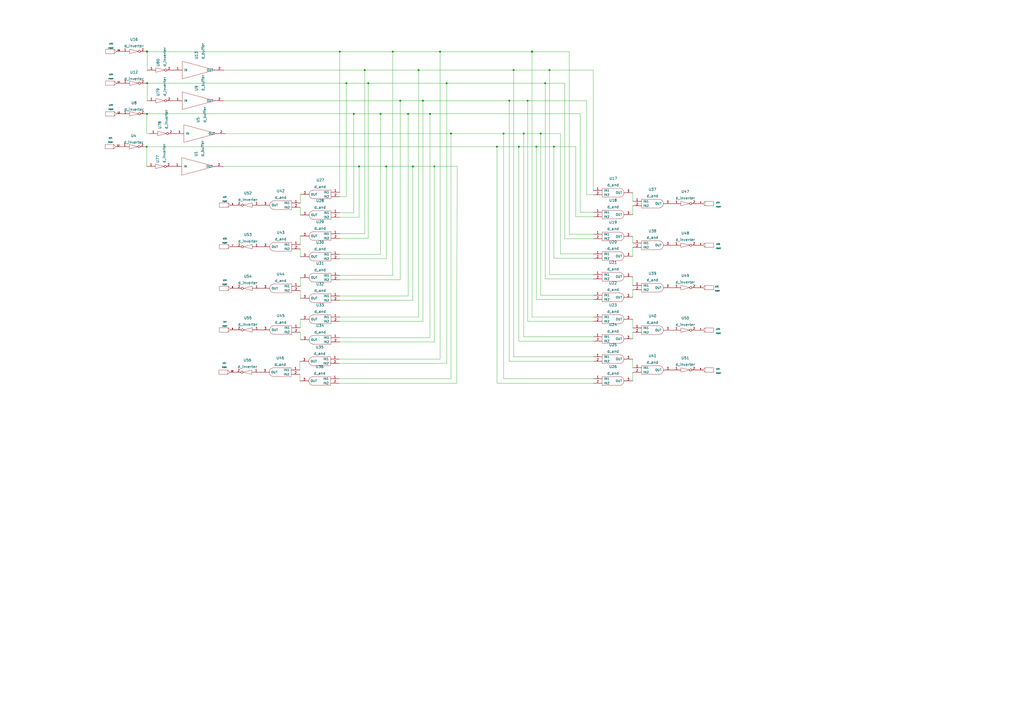
<source format=kicad_sch>
(kicad_sch (version 20211123) (generator eeschema)
  (paper "A2")
  (lib_symbols
    (symbol "eSim_Digital:d_and" (pin_names (offset 1.016))
      (property "Reference" "U" (at 0 0 0))
      (property "Value" "d_and" (at 1.27 2.54 0))
      (symbol "d_and_0_1"
        (polyline (pts (xy 3.81 -1.27) (xy -6.35 -1.27) (xy -6.35 3.81) (xy 3.81 3.81)))
        (arc (start 3.81 -1.27) (mid 5.5897 -0.5171) (end 6.35 1.27))
        (arc (start 6.35 1.27) (mid 5.5971 3.0497) (end 3.81 3.81))
      )
      (symbol "d_and_1_1"
        (pin input line (at -11.43 2.54 0) (length 5.08) (name "IN1") (number "1"))
        (pin input line (at -11.43 0 0) (length 5.08) (name "IN2") (number "2"))
        (pin output line (at 11.43 1.27 180) (length 5.08) (name "OUT") (number "3"))
      )
    )
    (symbol "eSim_Digital:d_buffer" (pin_names (offset 1.016))
      (property "Reference" "U" (at 0 -1.27 0))
      (property "Value" "d_buffer" (at 0 1.27 0))
      (symbol "d_buffer_0_1"
        (polyline (pts (xy -7.62 5.08) (xy -7.62 -5.08) (xy 11.43 0) (xy -7.62 5.08)))
      )
      (symbol "d_buffer_1_1"
        (pin input line (at -12.7 0 0) (length 5.08) (name "IN") (number "1"))
        (pin output line (at 16.51 0 180) (length 5.08) (name "OUT") (number "2"))
      )
    )
    (symbol "eSim_Digital:d_inverter" (pin_names (offset 1.016))
      (property "Reference" "U" (at 0 -2.54 0))
      (property "Value" "d_inverter" (at 0 3.81 0))
      (symbol "d_inverter_0_1"
        (polyline (pts (xy -2.54 1.27) (xy -2.54 -1.27) (xy 2.54 0) (xy -2.54 1.27)))
      )
      (symbol "d_inverter_1_1"
        (pin input line (at -7.62 0 0) (length 5.08) (name "~") (number "1"))
        (pin output inverted (at 7.62 0 180) (length 5.08) (name "~") (number "2"))
      )
    )
    (symbol "eSim_Miscellaneous:PORT" (pin_names (offset 1.016))
      (property "Reference" "U" (at 1.27 2.54 0))
      (property "Value" "PORT" (at 0 0 0))
      (symbol "PORT_0_1"
        (rectangle (start -2.54 1.27) (end 2.54 -1.27))
        (arc (start 2.54 1.27) (mid 3.1355 0.5955) (end 3.81 0))
        (arc (start 3.81 0) (mid 3.1447 -0.6046) (end 2.54 -1.27))
      )
      (symbol "PORT_1_1"
        (pin bidirectional line (at 6.35 0 180) (length 2.54) (name "~") (number "1"))
      )
      (symbol "PORT_2_1"
        (pin bidirectional line (at 6.35 0 180) (length 2.54) (name "~") (number "2"))
      )
      (symbol "PORT_3_1"
        (pin bidirectional line (at 6.35 0 180) (length 2.54) (name "~") (number "3"))
      )
      (symbol "PORT_4_1"
        (pin bidirectional line (at 6.35 0 180) (length 2.54) (name "~") (number "4"))
      )
      (symbol "PORT_5_1"
        (pin bidirectional line (at 6.35 0 180) (length 2.54) (name "~") (number "5"))
      )
      (symbol "PORT_6_1"
        (pin bidirectional line (at 6.35 0 180) (length 2.54) (name "~") (number "6"))
      )
      (symbol "PORT_7_1"
        (pin bidirectional line (at 6.35 0 180) (length 2.54) (name "~") (number "7"))
      )
      (symbol "PORT_8_1"
        (pin bidirectional line (at 6.35 0 180) (length 2.54) (name "~") (number "8"))
      )
      (symbol "PORT_9_1"
        (pin bidirectional line (at 6.35 0 180) (length 2.54) (name "~") (number "9"))
      )
      (symbol "PORT_10_1"
        (pin bidirectional line (at 6.35 0 180) (length 2.54) (name "~") (number "10"))
      )
      (symbol "PORT_11_1"
        (pin bidirectional line (at 6.35 0 180) (length 2.54) (name "~") (number "11"))
      )
      (symbol "PORT_12_1"
        (pin bidirectional line (at 6.35 0 180) (length 2.54) (name "~") (number "12"))
      )
      (symbol "PORT_13_1"
        (pin bidirectional line (at 6.35 0 180) (length 2.54) (name "~") (number "13"))
      )
      (symbol "PORT_14_1"
        (pin bidirectional line (at 6.35 0 180) (length 2.54) (name "~") (number "14"))
      )
      (symbol "PORT_15_1"
        (pin bidirectional line (at 6.35 0 180) (length 2.54) (name "~") (number "15"))
      )
      (symbol "PORT_16_1"
        (pin bidirectional line (at 6.35 0 180) (length 2.54) (name "~") (number "16"))
      )
      (symbol "PORT_17_1"
        (pin bidirectional line (at 6.35 0 180) (length 2.54) (name "~") (number "17"))
      )
      (symbol "PORT_18_1"
        (pin bidirectional line (at 6.35 0 180) (length 2.54) (name "~") (number "18"))
      )
      (symbol "PORT_19_1"
        (pin bidirectional line (at 6.35 0 180) (length 2.54) (name "~") (number "19"))
      )
      (symbol "PORT_20_1"
        (pin bidirectional line (at 6.35 0 180) (length 2.54) (name "~") (number "20"))
      )
      (symbol "PORT_21_1"
        (pin bidirectional line (at 6.35 0 180) (length 2.54) (name "~") (number "21"))
      )
      (symbol "PORT_22_1"
        (pin bidirectional line (at 6.35 0 180) (length 2.54) (name "~") (number "22"))
      )
      (symbol "PORT_23_1"
        (pin bidirectional line (at 6.35 0 180) (length 2.54) (name "~") (number "23"))
      )
      (symbol "PORT_24_1"
        (pin bidirectional line (at 6.35 0 180) (length 2.54) (name "~") (number "24"))
      )
      (symbol "PORT_25_1"
        (pin bidirectional line (at 6.35 0 180) (length 2.54) (name "~") (number "25"))
      )
      (symbol "PORT_26_1"
        (pin bidirectional line (at 6.35 0 180) (length 2.54) (name "~") (number "26"))
      )
    )
  )
  (junction (at 308.737 29.972))
  (junction (at 197.104 29.972))
  (junction (at 200.914 48.26))
  (junction (at 261.62 77.47))
  (junction (at 232.156 58.42))
  (junction (at 227.838 29.972))
  (junction (at 316.23 48.26))
  (junction (at 85.344 29.845))
  (junction (at 85.09 85.09))
  (junction (at 242.824 40.64))
  (junction (at 292.1 77.47))
  (junction (at 313.69 77.47))
  (junction (at 85.217 29.845))
  (junction (at 236.728 66.04))
  (junction (at 308.61 29.972))
  (junction (at 208.28 96.52))
  (junction (at 224.028 96.52))
  (junction (at 249.428 66.04))
  (junction (at 211.582 40.64))
  (junction (at 213.614 48.26))
  (junction (at 300.99 85.09))
  (junction (at 306.07 58.42))
  (junction (at 85.344 48.26))
  (junction (at 295.402 58.42))
  (junction (at 85.344 66.04))
  (junction (at 255.27 29.972))
  (junction (at 245.364 58.42))
  (junction (at 220.726 66.04))
  (junction (at 259.08 48.26))
  (junction (at 205.232 66.04))
  (junction (at 251.968 96.52))
  (junction (at 239.522 96.52))
  (junction (at 288.29 85.09))
  (junction (at 321.31 85.09))
  (junction (at 303.784 77.47))
  (junction (at 308.61 29.845))
  (junction (at 311.15 85.09))
  (junction (at 318.77 40.64))
  (junction (at 297.942 40.64))
  (junction (at 85.344 29.972))
  (wire (pts (xy 85.344 48.26) (xy 85.344 58.42)))
  (wire (pts (xy 239.522 96.52) (xy 251.968 96.52)))
  (wire (pts (xy 297.942 207.01) (xy 297.942 40.64)))
  (wire (pts (xy 321.31 85.09) (xy 321.31 149.86)))
  (wire (pts (xy 367.03 168.148) (xy 367.03 172.466)))
  (wire (pts (xy 251.968 96.52) (xy 265.176 96.52)))
  (wire (pts (xy 367.03 143.51) (xy 367.03 148.59)))
  (wire (pts (xy 220.726 66.04) (xy 236.728 66.04)))
  (wire (pts (xy 200.914 48.26) (xy 213.614 48.26)))
  (wire (pts (xy 344.17 113.03) (xy 340.36 113.03)))
  (wire (pts (xy 232.156 58.42) (xy 232.156 162.306)))
  (wire (pts (xy 205.232 66.04) (xy 205.232 123.444)))
  (wire (pts (xy 295.402 209.55) (xy 344.17 209.55)))
  (wire (pts (xy 197.104 114.046) (xy 200.914 114.046)))
  (wire (pts (xy 236.728 66.04) (xy 236.728 171.704)))
  (wire (pts (xy 197.104 183.896) (xy 242.824 183.896)))
  (wire (pts (xy 308.61 29.972) (xy 308.737 29.972)))
  (wire (pts (xy 197.104 186.436) (xy 245.364 186.436)))
  (wire (pts (xy 211.582 40.64) (xy 242.824 40.64)))
  (wire (pts (xy 85.09 77.47) (xy 86.36 77.47)))
  (wire (pts (xy 245.364 58.42) (xy 295.402 58.42)))
  (wire (pts (xy 197.104 162.306) (xy 232.156 162.306)))
  (wire (pts (xy 334.01 85.09) (xy 334.01 125.73)))
  (wire (pts (xy 308.61 29.972) (xy 308.61 183.896)))
  (wire (pts (xy 174.244 192.659) (xy 174.244 197.104)))
  (wire (pts (xy 85.344 29.972) (xy 85.344 40.64)))
  (wire (pts (xy 196.85 219.71) (xy 261.62 219.71)))
  (wire (pts (xy 311.15 85.09) (xy 311.15 173.736)))
  (wire (pts (xy 344.17 149.86) (xy 321.31 149.86)))
  (wire (pts (xy 288.29 85.09) (xy 288.29 222.25)))
  (wire (pts (xy 174.244 117.729) (xy 174.244 112.776)))
  (wire (pts (xy 242.824 40.64) (xy 297.942 40.64)))
  (wire (pts (xy 197.104 29.972) (xy 227.838 29.972)))
  (wire (pts (xy 173.99 217.17) (xy 173.99 220.98)))
  (wire (pts (xy 197.104 174.244) (xy 239.522 174.244)))
  (wire (pts (xy 174.244 190.119) (xy 174.244 185.166)))
  (wire (pts (xy 292.1 219.71) (xy 344.17 219.71)))
  (wire (pts (xy 196.85 208.28) (xy 255.27 208.28)))
  (wire (pts (xy 344.17 171.196) (xy 313.69 171.196)))
  (wire (pts (xy 213.614 48.26) (xy 213.614 138.176)))
  (wire (pts (xy 197.104 135.636) (xy 211.582 135.636)))
  (wire (pts (xy 265.176 96.52) (xy 264.922 222.25)))
  (wire (pts (xy 85.344 29.845) (xy 85.344 29.972)))
  (wire (pts (xy 197.104 147.574) (xy 220.726 147.574)))
  (wire (pts (xy 259.08 48.26) (xy 259.08 210.82)))
  (wire (pts (xy 344.17 123.19) (xy 336.55 123.19)))
  (wire (pts (xy 197.104 123.444) (xy 205.232 123.444)))
  (wire (pts (xy 367.03 119.38) (xy 367.03 124.46)))
  (wire (pts (xy 325.12 147.32) (xy 344.17 147.32)))
  (wire (pts (xy 259.08 48.26) (xy 316.23 48.26)))
  (wire (pts (xy 367.03 165.608) (xy 367.03 160.528)))
  (wire (pts (xy 344.17 138.43) (xy 327.66 138.43)))
  (wire (pts (xy 288.29 222.25) (xy 344.17 222.25)))
  (wire (pts (xy 340.36 58.42) (xy 340.36 113.03)))
  (wire (pts (xy 249.428 195.834) (xy 249.428 66.04)))
  (wire (pts (xy 303.784 195.326) (xy 303.784 77.47)))
  (wire (pts (xy 344.17 207.01) (xy 297.942 207.01)))
  (wire (pts (xy 85.217 29.845) (xy 85.344 29.845)))
  (wire (pts (xy 249.428 66.04) (xy 336.55 66.04)))
  (wire (pts (xy 232.156 58.42) (xy 245.364 58.42)))
  (wire (pts (xy 174.244 144.399) (xy 174.244 148.844)))
  (wire (pts (xy 316.23 161.798) (xy 316.23 48.26)))
  (wire (pts (xy 261.62 219.71) (xy 261.62 77.47)))
  (wire (pts (xy 208.28 125.984) (xy 208.28 96.52)))
  (wire (pts (xy 196.85 222.25) (xy 264.922 222.25)))
  (wire (pts (xy 200.914 48.26) (xy 200.914 114.046)))
  (wire (pts (xy 85.09 85.09) (xy 85.09 96.52)))
  (wire (pts (xy 227.838 29.972) (xy 255.27 29.972)))
  (wire (pts (xy 173.99 209.55) (xy 173.99 214.63)))
  (wire (pts (xy 300.99 85.09) (xy 311.15 85.09)))
  (wire (pts (xy 211.582 135.636) (xy 211.582 40.64)))
  (wire (pts (xy 330.2 29.972) (xy 330.2 135.89)))
  (wire (pts (xy 85.344 66.04) (xy 205.232 66.04)))
  (wire (pts (xy 308.61 29.845) (xy 308.61 29.972)))
  (wire (pts (xy 129.794 40.64) (xy 211.582 40.64)))
  (wire (pts (xy 197.104 125.984) (xy 208.28 125.984)))
  (wire (pts (xy 213.614 48.26) (xy 259.08 48.26)))
  (wire (pts (xy 316.23 48.26) (xy 327.66 48.26)))
  (wire (pts (xy 327.66 138.43) (xy 327.66 48.26)))
  (wire (pts (xy 205.232 66.04) (xy 220.726 66.04)))
  (wire (pts (xy 197.104 150.114) (xy 224.028 150.114)))
  (wire (pts (xy 174.244 168.529) (xy 174.244 172.974)))
  (wire (pts (xy 255.27 29.972) (xy 308.61 29.972)))
  (wire (pts (xy 197.104 111.506) (xy 197.104 29.972)))
  (wire (pts (xy 197.104 195.834) (xy 249.428 195.834)))
  (wire (pts (xy 224.028 150.114) (xy 224.028 96.52)))
  (wire (pts (xy 367.03 111.76) (xy 367.03 116.84)))
  (wire (pts (xy 344.17 195.326) (xy 303.784 195.326)))
  (wire (pts (xy 313.69 77.47) (xy 313.69 171.196)))
  (wire (pts (xy 367.03 185.166) (xy 367.03 190.246)))
  (wire (pts (xy 306.07 58.42) (xy 340.36 58.42)))
  (wire (pts (xy 242.824 183.896) (xy 242.824 40.64)))
  (wire (pts (xy 295.402 58.42) (xy 306.07 58.42)))
  (wire (pts (xy 344.17 161.798) (xy 316.23 161.798)))
  (wire (pts (xy 306.07 58.42) (xy 306.07 186.436)))
  (wire (pts (xy 236.728 66.04) (xy 249.428 66.04)))
  (wire (pts (xy 174.244 120.269) (xy 174.244 124.714)))
  (wire (pts (xy 308.61 183.896) (xy 344.17 183.896)))
  (wire (pts (xy 344.17 125.73) (xy 334.01 125.73)))
  (wire (pts (xy 344.17 135.89) (xy 330.2 135.89)))
  (wire (pts (xy 288.29 85.09) (xy 300.99 85.09)))
  (wire (pts (xy 344.17 186.436) (xy 306.07 186.436)))
  (wire (pts (xy 344.17 40.64) (xy 344.17 110.49)))
  (wire (pts (xy 227.838 159.766) (xy 227.838 29.972)))
  (wire (pts (xy 261.62 77.47) (xy 292.1 77.47)))
  (wire (pts (xy 130.81 77.47) (xy 261.62 77.47)))
  (wire (pts (xy 367.03 215.9) (xy 367.03 220.98)))
  (wire (pts (xy 311.15 85.09) (xy 321.31 85.09)))
  (wire (pts (xy 251.968 198.374) (xy 251.968 96.52)))
  (wire (pts (xy 85.09 66.04) (xy 85.09 77.47)))
  (wire (pts (xy 255.27 29.972) (xy 255.27 208.28)))
  (wire (pts (xy 308.737 29.972) (xy 330.2 29.972)))
  (wire (pts (xy 303.784 77.47) (xy 313.69 77.47)))
  (wire (pts (xy 85.344 29.972) (xy 197.104 29.972)))
  (wire (pts (xy 292.1 77.47) (xy 303.784 77.47)))
  (wire (pts (xy 318.77 159.258) (xy 318.77 40.64)))
  (wire (pts (xy 85.09 66.04) (xy 85.344 66.04)))
  (wire (pts (xy 239.522 96.52) (xy 239.522 174.244)))
  (wire (pts (xy 325.12 77.47) (xy 325.12 147.32)))
  (wire (pts (xy 297.942 40.64) (xy 318.77 40.64)))
  (wire (pts (xy 85.217 48.26) (xy 85.344 48.26)))
  (wire (pts (xy 174.244 141.859) (xy 174.244 136.906)))
  (wire (pts (xy 245.364 58.42) (xy 245.364 186.436)))
  (wire (pts (xy 321.31 85.09) (xy 334.01 85.09)))
  (wire (pts (xy 197.104 171.704) (xy 236.728 171.704)))
  (wire (pts (xy 313.69 77.47) (xy 325.12 77.47)))
  (wire (pts (xy 344.17 173.736) (xy 311.15 173.736)))
  (wire (pts (xy 367.03 208.28) (xy 367.03 213.36)))
  (wire (pts (xy 292.1 77.47) (xy 292.1 219.71)))
  (wire (pts (xy 295.402 58.42) (xy 295.402 209.55)))
  (wire (pts (xy 367.03 192.786) (xy 367.03 196.596)))
  (wire (pts (xy 300.99 85.09) (xy 300.99 197.866)))
  (wire (pts (xy 344.17 159.258) (xy 318.77 159.258)))
  (wire (pts (xy 196.85 210.82) (xy 259.08 210.82)))
  (wire (pts (xy 197.104 138.176) (xy 213.614 138.176)))
  (wire (pts (xy 318.77 40.64) (xy 344.17 40.64)))
  (wire (pts (xy 336.55 66.04) (xy 336.55 123.19)))
  (wire (pts (xy 197.104 198.374) (xy 251.968 198.374)))
  (wire (pts (xy 85.344 48.26) (xy 200.914 48.26)))
  (wire (pts (xy 174.244 165.989) (xy 174.244 161.036)))
  (wire (pts (xy 220.726 147.574) (xy 220.726 66.04)))
  (wire (pts (xy 367.03 140.97) (xy 367.03 137.16)))
  (wire (pts (xy 197.104 159.766) (xy 227.838 159.766)))
  (wire (pts (xy 129.794 58.42) (xy 232.156 58.42)))
  (wire (pts (xy 129.54 96.52) (xy 208.28 96.52)))
  (wire (pts (xy 208.28 96.52) (xy 224.028 96.52)))
  (wire (pts (xy 85.09 85.09) (xy 288.29 85.09)))
  (wire (pts (xy 344.17 197.866) (xy 300.99 197.866)))
  (wire (pts (xy 224.028 96.52) (xy 239.522 96.52)))
  (symbol (lib_id "eSim_Digital:d_inverter") (at 397.51 191.516 0) (unit 1)
    (property "Reference" "U50" (at 397.51 184.531 0) (effects (font (size 1.524 1.524))))
    (property "Value" "d_inverter" (at 397.51 188.341 0) (effects (font (size 1.524 1.524))))
  )
  (symbol (lib_id "eSim_Digital:d_and") (at 355.6 138.43 0) (unit 1)
    (property "Reference" "U19" (at 355.6 128.905 0) (effects (font (size 1.524 1.524))))
    (property "Value" "d_and" (at 355.6 132.715 0) (effects (font (size 1.524 1.524))))
  )
  (symbol (lib_id "eSim_Miscellaneous:PORT") (at 129.794 167.259 0) (unit 8)
    (property "Reference" "U2" (at 130.429 162.56 0) (effects (font (size 0.762 0.762))))
    (property "Value" "PORT" (at 130.429 165.1 0) (effects (font (size 0.762 0.762))))
  )
  (symbol (lib_id "eSim_Digital:d_and") (at 162.814 168.529 0) (mirror y) (unit 1)
    (property "Reference" "U44" (at 162.814 159.004 0) (effects (font (size 1.524 1.524))))
    (property "Value" "d_and" (at 162.814 162.814 0) (effects (font (size 1.524 1.524))))
  )
  (symbol (lib_id "eSim_Digital:d_and") (at 355.6 197.866 0) (unit 1)
    (property "Reference" "U24" (at 355.6 188.341 0) (effects (font (size 1.524 1.524))))
    (property "Value" "d_and" (at 355.6 192.151 0) (effects (font (size 1.524 1.524))))
  )
  (symbol (lib_id "eSim_Miscellaneous:PORT") (at 411.48 214.63 180) (unit 5)
    (property "Reference" "U2" (at 415.29 213.995 0) (effects (font (size 0.762 0.762)) (justify right)))
    (property "Value" "PORT" (at 415.29 216.535 0) (effects (font (size 0.762 0.762)) (justify right)))
  )
  (symbol (lib_id "eSim_Digital:d_and") (at 355.6 173.736 0) (unit 1)
    (property "Reference" "U22" (at 355.6 164.211 0) (effects (font (size 1.524 1.524))))
    (property "Value" "d_and" (at 355.6 168.021 0) (effects (font (size 1.524 1.524))))
  )
  (symbol (lib_id "eSim_Digital:d_and") (at 378.46 143.51 0) (unit 1)
    (property "Reference" "U38" (at 378.46 133.985 0) (effects (font (size 1.524 1.524))))
    (property "Value" "d_and" (at 378.46 137.795 0) (effects (font (size 1.524 1.524))))
  )
  (symbol (lib_id "eSim_Digital:d_inverter") (at 397.51 118.11 0) (unit 1)
    (property "Reference" "U47" (at 397.51 111.125 0) (effects (font (size 1.524 1.524))))
    (property "Value" "d_inverter" (at 397.51 114.935 0) (effects (font (size 1.524 1.524))))
  )
  (symbol (lib_id "eSim_Digital:d_and") (at 185.674 174.244 0) (mirror y) (unit 1)
    (property "Reference" "U32" (at 185.674 164.719 0) (effects (font (size 1.524 1.524))))
    (property "Value" "d_and" (at 185.674 168.529 0) (effects (font (size 1.524 1.524))))
  )
  (symbol (lib_id "eSim_Digital:d_buffer") (at 113.284 40.64 0) (unit 1)
    (property "Reference" "U13" (at 113.919 34.417 90) (effects (font (size 1.524 1.524)) (justify left)))
    (property "Value" "d_buffer" (at 117.729 34.417 90) (effects (font (size 1.524 1.524)) (justify left)))
  )
  (symbol (lib_id "eSim_Miscellaneous:PORT") (at 63.5 85.09 0) (unit 12)
    (property "Reference" "U2" (at 64.135 80.01 0) (effects (font (size 0.762 0.762))))
    (property "Value" "PORT" (at 64.135 82.55 0) (effects (font (size 0.762 0.762))))
  )
  (symbol (lib_id "eSim_Miscellaneous:PORT") (at 63.754 66.04 0) (unit 13)
    (property "Reference" "U2" (at 64.389 60.96 0) (effects (font (size 0.762 0.762))))
    (property "Value" "PORT" (at 64.389 63.5 0) (effects (font (size 0.762 0.762))))
  )
  (symbol (lib_id "eSim_Digital:d_inverter") (at 143.51 215.9 0) (mirror y) (unit 1)
    (property "Reference" "U56" (at 143.51 208.915 0) (effects (font (size 1.524 1.524))))
    (property "Value" "d_inverter" (at 143.51 212.725 0) (effects (font (size 1.524 1.524))))
  )
  (symbol (lib_id "eSim_Digital:d_inverter") (at 143.764 167.259 0) (mirror y) (unit 1)
    (property "Reference" "U54" (at 143.764 160.274 0) (effects (font (size 1.524 1.524))))
    (property "Value" "d_inverter" (at 143.764 164.084 0) (effects (font (size 1.524 1.524))))
  )
  (symbol (lib_id "eSim_Digital:d_and") (at 185.42 222.25 0) (mirror y) (unit 1)
    (property "Reference" "U36" (at 185.42 212.725 0) (effects (font (size 1.524 1.524))))
    (property "Value" "d_and" (at 185.42 216.535 0) (effects (font (size 1.524 1.524))))
  )
  (symbol (lib_id "eSim_Miscellaneous:PORT") (at 411.48 118.11 180) (unit 1)
    (property "Reference" "U2" (at 415.29 117.475 0) (effects (font (size 0.762 0.762)) (justify right)))
    (property "Value" "PORT" (at 415.29 120.015 0) (effects (font (size 0.762 0.762)) (justify right)))
  )
  (symbol (lib_id "eSim_Digital:d_and") (at 355.6 161.798 0) (unit 1)
    (property "Reference" "U21" (at 355.6 152.273 0) (effects (font (size 1.524 1.524))))
    (property "Value" "d_and" (at 355.6 156.083 0) (effects (font (size 1.524 1.524))))
  )
  (symbol (lib_id "eSim_Digital:d_inverter") (at 397.51 214.63 0) (unit 1)
    (property "Reference" "U51" (at 397.51 207.645 0) (effects (font (size 1.524 1.524))))
    (property "Value" "d_inverter" (at 397.51 211.455 0) (effects (font (size 1.524 1.524))))
  )
  (symbol (lib_id "eSim_Digital:d_and") (at 162.56 217.17 0) (mirror y) (unit 1)
    (property "Reference" "U46" (at 162.56 207.645 0) (effects (font (size 1.524 1.524))))
    (property "Value" "d_and" (at 162.56 211.455 0) (effects (font (size 1.524 1.524))))
  )
  (symbol (lib_id "eSim_Digital:d_inverter") (at 92.71 96.52 0) (unit 1)
    (property "Reference" "U77" (at 91.44 94.615 90) (effects (font (size 1.524 1.524)) (justify left)))
    (property "Value" "d_inverter" (at 95.25 94.615 90) (effects (font (size 1.524 1.524)) (justify left)))
  )
  (symbol (lib_id "eSim_Digital:d_buffer") (at 114.3 77.47 0) (unit 1)
    (property "Reference" "U5" (at 114.935 71.247 90) (effects (font (size 1.524 1.524)) (justify left)))
    (property "Value" "d_buffer" (at 118.745 71.247 90) (effects (font (size 1.524 1.524)) (justify left)))
  )
  (symbol (lib_id "eSim_Digital:d_and") (at 378.46 168.148 0) (unit 1)
    (property "Reference" "U39" (at 378.46 158.623 0) (effects (font (size 1.524 1.524))))
    (property "Value" "d_and" (at 378.46 162.433 0) (effects (font (size 1.524 1.524))))
  )
  (symbol (lib_id "eSim_Digital:d_and") (at 185.674 125.984 0) (mirror y) (unit 1)
    (property "Reference" "U28" (at 185.674 116.459 0) (effects (font (size 1.524 1.524))))
    (property "Value" "d_and" (at 185.674 120.269 0) (effects (font (size 1.524 1.524))))
  )
  (symbol (lib_id "eSim_Digital:d_and") (at 185.674 186.436 0) (mirror y) (unit 1)
    (property "Reference" "U33" (at 185.674 176.911 0) (effects (font (size 1.524 1.524))))
    (property "Value" "d_and" (at 185.674 180.721 0) (effects (font (size 1.524 1.524))))
  )
  (symbol (lib_id "eSim_Miscellaneous:PORT") (at 63.754 29.845 0) (unit 15)
    (property "Reference" "U2" (at 64.389 25.4 0) (effects (font (size 0.762 0.762))))
    (property "Value" "PORT" (at 64.389 27.94 0) (effects (font (size 0.762 0.762))))
  )
  (symbol (lib_id "eSim_Miscellaneous:PORT") (at 129.794 191.389 0) (unit 9)
    (property "Reference" "U2" (at 130.429 186.69 0) (effects (font (size 0.762 0.762))))
    (property "Value" "PORT" (at 130.429 189.23 0) (effects (font (size 0.762 0.762))))
  )
  (symbol (lib_id "eSim_Digital:d_inverter") (at 143.764 191.389 0) (mirror y) (unit 1)
    (property "Reference" "U55" (at 143.764 184.404 0) (effects (font (size 1.524 1.524))))
    (property "Value" "d_inverter" (at 143.764 188.214 0) (effects (font (size 1.524 1.524))))
  )
  (symbol (lib_id "eSim_Miscellaneous:PORT") (at 129.794 118.999 0) (unit 6)
    (property "Reference" "U2" (at 130.429 114.3 0) (effects (font (size 0.762 0.762))))
    (property "Value" "PORT" (at 130.429 116.84 0) (effects (font (size 0.762 0.762))))
  )
  (symbol (lib_id "eSim_Digital:d_buffer") (at 113.284 58.42 0) (unit 1)
    (property "Reference" "U9" (at 113.919 52.832 90) (effects (font (size 1.524 1.524)) (justify left)))
    (property "Value" "d_buffer" (at 117.729 52.832 90) (effects (font (size 1.524 1.524)) (justify left)))
  )
  (symbol (lib_id "eSim_Digital:d_and") (at 185.674 162.306 0) (mirror y) (unit 1)
    (property "Reference" "U31" (at 185.674 152.781 0) (effects (font (size 1.524 1.524))))
    (property "Value" "d_and" (at 185.674 156.591 0) (effects (font (size 1.524 1.524))))
  )
  (symbol (lib_id "eSim_Digital:d_and") (at 185.674 138.176 0) (mirror y) (unit 1)
    (property "Reference" "U29" (at 185.674 128.651 0) (effects (font (size 1.524 1.524))))
    (property "Value" "d_and" (at 185.674 132.461 0) (effects (font (size 1.524 1.524))))
  )
  (symbol (lib_id "eSim_Digital:d_inverter") (at 92.964 40.64 0) (unit 1)
    (property "Reference" "U80" (at 91.694 38.735 90) (effects (font (size 1.524 1.524)) (justify left)))
    (property "Value" "d_inverter" (at 95.504 38.735 90) (effects (font (size 1.524 1.524)) (justify left)))
  )
  (symbol (lib_id "eSim_Digital:d_and") (at 355.6 209.55 0) (unit 1)
    (property "Reference" "U25" (at 355.6 200.025 0) (effects (font (size 1.524 1.524))))
    (property "Value" "d_and" (at 355.6 203.835 0) (effects (font (size 1.524 1.524))))
  )
  (symbol (lib_id "eSim_Digital:d_inverter") (at 92.964 58.42 0) (unit 1)
    (property "Reference" "U79" (at 91.694 55.88 90) (effects (font (size 1.524 1.524)) (justify left)))
    (property "Value" "d_inverter" (at 95.504 55.88 90) (effects (font (size 1.524 1.524)) (justify left)))
  )
  (symbol (lib_id "eSim_Miscellaneous:PORT") (at 129.794 143.129 0) (unit 7)
    (property "Reference" "U2" (at 130.429 138.43 0) (effects (font (size 0.762 0.762))))
    (property "Value" "PORT" (at 130.429 140.97 0) (effects (font (size 0.762 0.762))))
  )
  (symbol (lib_id "eSim_Digital:d_and") (at 355.6 149.86 0) (unit 1)
    (property "Reference" "U20" (at 355.6 140.335 0) (effects (font (size 1.524 1.524))))
    (property "Value" "d_and" (at 355.6 144.145 0) (effects (font (size 1.524 1.524))))
  )
  (symbol (lib_id "eSim_Digital:d_and") (at 378.46 192.786 0) (unit 1)
    (property "Reference" "U40" (at 378.46 183.261 0) (effects (font (size 1.524 1.524))))
    (property "Value" "d_and" (at 378.46 187.071 0) (effects (font (size 1.524 1.524))))
  )
  (symbol (lib_id "eSim_Digital:d_and") (at 185.674 198.374 0) (mirror y) (unit 1)
    (property "Reference" "U34" (at 185.674 188.849 0) (effects (font (size 1.524 1.524))))
    (property "Value" "d_and" (at 185.674 192.659 0) (effects (font (size 1.524 1.524))))
  )
  (symbol (lib_id "eSim_Digital:d_inverter") (at 143.764 118.999 0) (mirror y) (unit 1)
    (property "Reference" "U52" (at 143.764 112.014 0) (effects (font (size 1.524 1.524))))
    (property "Value" "d_inverter" (at 143.764 115.824 0) (effects (font (size 1.524 1.524))))
  )
  (symbol (lib_id "eSim_Digital:d_and") (at 162.814 192.659 0) (mirror y) (unit 1)
    (property "Reference" "U45" (at 162.814 183.134 0) (effects (font (size 1.524 1.524))))
    (property "Value" "d_and" (at 162.814 186.944 0) (effects (font (size 1.524 1.524))))
  )
  (symbol (lib_id "eSim_Digital:d_inverter") (at 77.47 85.09 0) (unit 1)
    (property "Reference" "U4" (at 77.47 78.74 0) (effects (font (size 1.524 1.524))))
    (property "Value" "d_inverter" (at 77.47 82.55 0) (effects (font (size 1.524 1.524))))
  )
  (symbol (lib_id "eSim_Digital:d_and") (at 162.814 120.269 0) (mirror y) (unit 1)
    (property "Reference" "U42" (at 162.814 110.744 0) (effects (font (size 1.524 1.524))))
    (property "Value" "d_and" (at 162.814 114.554 0) (effects (font (size 1.524 1.524))))
  )
  (symbol (lib_id "eSim_Digital:d_and") (at 378.46 119.38 0) (unit 1)
    (property "Reference" "U37" (at 378.46 109.855 0) (effects (font (size 1.524 1.524))))
    (property "Value" "d_and" (at 378.46 113.665 0) (effects (font (size 1.524 1.524))))
  )
  (symbol (lib_id "eSim_Digital:d_and") (at 185.674 150.114 0) (mirror y) (unit 1)
    (property "Reference" "U30" (at 185.674 140.589 0) (effects (font (size 1.524 1.524))))
    (property "Value" "d_and" (at 185.674 144.399 0) (effects (font (size 1.524 1.524))))
  )
  (symbol (lib_id "eSim_Digital:d_and") (at 185.42 210.82 0) (mirror y) (unit 1)
    (property "Reference" "U35" (at 185.42 201.295 0) (effects (font (size 1.524 1.524))))
    (property "Value" "d_and" (at 185.42 205.105 0) (effects (font (size 1.524 1.524))))
  )
  (symbol (lib_id "eSim_Digital:d_inverter") (at 77.724 66.04 0) (unit 1)
    (property "Reference" "U8" (at 77.724 59.69 0) (effects (font (size 1.524 1.524))))
    (property "Value" "d_inverter" (at 77.724 63.5 0) (effects (font (size 1.524 1.524))))
  )
  (symbol (lib_id "eSim_Digital:d_inverter") (at 397.51 166.878 0) (unit 1)
    (property "Reference" "U49" (at 397.51 159.893 0) (effects (font (size 1.524 1.524))))
    (property "Value" "d_inverter" (at 397.51 163.703 0) (effects (font (size 1.524 1.524))))
  )
  (symbol (lib_id "eSim_Miscellaneous:PORT") (at 411.48 166.878 180) (unit 3)
    (property "Reference" "U2" (at 414.655 166.243 0) (effects (font (size 0.762 0.762)) (justify right)))
    (property "Value" "PORT" (at 414.655 168.783 0) (effects (font (size 0.762 0.762)) (justify right)))
  )
  (symbol (lib_id "eSim_Digital:d_inverter") (at 143.764 143.129 0) (mirror y) (unit 1)
    (property "Reference" "U53" (at 143.764 136.144 0) (effects (font (size 1.524 1.524))))
    (property "Value" "d_inverter" (at 143.764 139.954 0) (effects (font (size 1.524 1.524))))
  )
  (symbol (lib_id "eSim_Digital:d_inverter") (at 77.724 48.26 0) (unit 1)
    (property "Reference" "U12" (at 77.724 41.91 0) (effects (font (size 1.524 1.524))))
    (property "Value" "d_inverter" (at 77.724 45.72 0) (effects (font (size 1.524 1.524))))
  )
  (symbol (lib_id "eSim_Digital:d_and") (at 162.814 144.399 0) (mirror y) (unit 1)
    (property "Reference" "U43" (at 162.814 134.874 0) (effects (font (size 1.524 1.524))))
    (property "Value" "d_and" (at 162.814 138.684 0) (effects (font (size 1.524 1.524))))
  )
  (symbol (lib_id "eSim_Digital:d_and") (at 355.6 186.436 0) (unit 1)
    (property "Reference" "U23" (at 355.6 176.911 0) (effects (font (size 1.524 1.524))))
    (property "Value" "d_and" (at 355.6 180.721 0) (effects (font (size 1.524 1.524))))
  )
  (symbol (lib_id "eSim_Miscellaneous:PORT") (at 411.48 142.24 180) (unit 2)
    (property "Reference" "U2" (at 415.29 141.605 0) (effects (font (size 0.762 0.762)) (justify right)))
    (property "Value" "PORT" (at 415.29 144.145 0) (effects (font (size 0.762 0.762)) (justify right)))
  )
  (symbol (lib_id "eSim_Digital:d_and") (at 355.6 113.03 0) (unit 1)
    (property "Reference" "U17" (at 355.727 103.505 0) (effects (font (size 1.524 1.524))))
    (property "Value" "d_and" (at 355.6 107.315 0) (effects (font (size 1.524 1.524))))
  )
  (symbol (lib_id "eSim_Digital:d_inverter") (at 397.51 142.24 0) (unit 1)
    (property "Reference" "U48" (at 397.51 135.255 0) (effects (font (size 1.524 1.524))))
    (property "Value" "d_inverter" (at 397.51 139.065 0) (effects (font (size 1.524 1.524))))
  )
  (symbol (lib_id "eSim_Miscellaneous:PORT") (at 129.54 215.9 0) (unit 10)
    (property "Reference" "U2" (at 130.175 210.566 0) (effects (font (size 0.762 0.762))))
    (property "Value" "PORT" (at 130.175 213.106 0) (effects (font (size 0.762 0.762))))
  )
  (symbol (lib_id "eSim_Digital:d_buffer") (at 113.03 96.52 0) (unit 1)
    (property "Reference" "U1" (at 113.665 90.932 90) (effects (font (size 1.524 1.524)) (justify left)))
    (property "Value" "d_buffer" (at 117.475 90.932 90) (effects (font (size 1.524 1.524)) (justify left)))
  )
  (symbol (lib_id "eSim_Digital:d_and") (at 378.46 215.9 0) (unit 1)
    (property "Reference" "U41" (at 378.46 206.375 0) (effects (font (size 1.524 1.524))))
    (property "Value" "d_and" (at 378.46 210.185 0) (effects (font (size 1.524 1.524))))
  )
  (symbol (lib_id "eSim_Miscellaneous:PORT") (at 63.754 48.26 0) (unit 14)
    (property "Reference" "U2" (at 64.389 43.18 0) (effects (font (size 0.762 0.762))))
    (property "Value" "PORT" (at 64.389 45.72 0) (effects (font (size 0.762 0.762))))
  )
  (symbol (lib_id "eSim_Digital:d_and") (at 355.6 222.25 0) (unit 1)
    (property "Reference" "U26" (at 355.6 212.725 0) (effects (font (size 1.524 1.524))))
    (property "Value" "d_and" (at 355.6 216.535 0) (effects (font (size 1.524 1.524))))
  )
  (symbol (lib_id "eSim_Digital:d_inverter") (at 77.724 29.845 0) (unit 1)
    (property "Reference" "U16" (at 77.724 22.86 0) (effects (font (size 1.524 1.524))))
    (property "Value" "d_inverter" (at 77.724 26.67 0) (effects (font (size 1.524 1.524))))
  )
  (symbol (lib_id "eSim_Digital:d_inverter") (at 93.98 77.47 0) (unit 1)
    (property "Reference" "U78" (at 92.71 74.93 90) (effects (font (size 1.524 1.524)) (justify left)))
    (property "Value" "d_inverter" (at 96.52 74.93 90) (effects (font (size 1.524 1.524)) (justify left)))
  )
  (symbol (lib_id "eSim_Miscellaneous:PORT") (at 411.48 191.516 180) (unit 4)
    (property "Reference" "U2" (at 415.29 190.881 0) (effects (font (size 0.762 0.762)) (justify right)))
    (property "Value" "PORT" (at 415.29 193.421 0) (effects (font (size 0.762 0.762)) (justify right)))
  )
  (symbol (lib_id "eSim_Digital:d_and") (at 185.674 114.046 0) (mirror y) (unit 1)
    (property "Reference" "U27" (at 185.801 104.521 0) (effects (font (size 1.524 1.524))))
    (property "Value" "d_and" (at 185.674 108.331 0) (effects (font (size 1.524 1.524))))
  )
  (symbol (lib_id "eSim_Digital:d_and") (at 355.6 125.73 0) (unit 1)
    (property "Reference" "U18" (at 355.6 116.205 0) (effects (font (size 1.524 1.524))))
    (property "Value" "d_and" (at 355.6 120.015 0) (effects (font (size 1.524 1.524))))
  )
)
</source>
